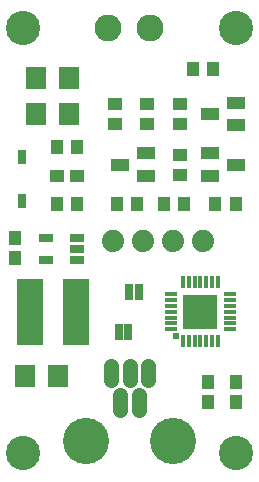
<source format=gts>
G75*
%MOIN*%
%OFA0B0*%
%FSLAX24Y24*%
%IPPOS*%
%LPD*%
%AMOC8*
5,1,8,0,0,1.08239X$1,22.5*
%
%ADD10C,0.1142*%
%ADD11R,0.0591X0.0434*%
%ADD12R,0.0473X0.0434*%
%ADD13R,0.0434X0.0473*%
%ADD14R,0.0512X0.0257*%
%ADD15R,0.0886X0.2205*%
%ADD16R,0.0316X0.0512*%
%ADD17R,0.0670X0.0749*%
%ADD18R,0.0157X0.0413*%
%ADD19R,0.0197X0.0197*%
%ADD20R,0.1181X0.1181*%
%ADD21R,0.0413X0.0157*%
%ADD22C,0.0900*%
%ADD23C,0.1540*%
%ADD24C,0.0516*%
%ADD25C,0.0740*%
%ADD26R,0.0290X0.0540*%
D10*
X001361Y001878D03*
X008448Y001878D03*
X008448Y016051D03*
X001361Y016051D03*
D11*
X004575Y011506D03*
X005441Y011132D03*
X005441Y011880D03*
X007579Y011876D03*
X007579Y011128D03*
X008446Y011502D03*
X008446Y012808D03*
X008446Y013556D03*
X007579Y013182D03*
D12*
X006572Y013517D03*
X006572Y012847D03*
X006572Y011837D03*
X006572Y011167D03*
X005492Y012847D03*
X005492Y013517D03*
X004412Y013517D03*
X004412Y012847D03*
X003155Y011137D03*
X002485Y011137D03*
D13*
X002485Y012097D03*
X003155Y012097D03*
X003155Y010177D03*
X002485Y010177D03*
X001082Y009071D03*
X001082Y008402D03*
X004492Y010177D03*
X005161Y010177D03*
X006052Y010177D03*
X006721Y010177D03*
X007765Y010177D03*
X008435Y010177D03*
X007676Y014683D03*
X007007Y014683D03*
X007507Y004258D03*
X007507Y003589D03*
X008448Y003589D03*
X008448Y004258D03*
D14*
X003144Y008309D03*
X003144Y008683D03*
X003144Y009057D03*
X002121Y009057D03*
X002121Y008309D03*
D15*
X001589Y006602D03*
X003101Y006602D03*
D16*
X001322Y010289D03*
X001322Y011745D03*
D17*
X001789Y013177D03*
X001789Y014377D03*
X002891Y014377D03*
X002891Y013177D03*
X002511Y004465D03*
X001409Y004465D03*
D18*
X006676Y005608D03*
X006873Y005608D03*
X007070Y005608D03*
X007267Y005608D03*
X007463Y005608D03*
X007660Y005608D03*
X007857Y005608D03*
X007857Y007596D03*
X007660Y007596D03*
X007463Y007596D03*
X007267Y007596D03*
X007070Y007596D03*
X006873Y007596D03*
X006676Y007596D03*
D19*
X006439Y005775D03*
D20*
X007267Y006602D03*
D21*
X008261Y006602D03*
X008261Y006406D03*
X008261Y006209D03*
X008261Y006012D03*
X008261Y006799D03*
X008261Y006996D03*
X008261Y007193D03*
X006273Y007193D03*
X006273Y006996D03*
X006273Y006799D03*
X006273Y006602D03*
X006273Y006406D03*
X006273Y006209D03*
X006273Y006012D03*
D22*
X005574Y016051D03*
X004196Y016051D03*
D23*
X003467Y002299D03*
X006341Y002299D03*
D24*
X005219Y003339D02*
X005219Y003815D01*
X004904Y004327D02*
X004904Y004802D01*
X004274Y004802D02*
X004274Y004327D01*
X004589Y003815D02*
X004589Y003339D01*
X005534Y004327D02*
X005534Y004802D01*
D25*
X005353Y008959D03*
X006353Y008959D03*
X007353Y008959D03*
X004353Y008959D03*
D26*
X004899Y007273D03*
X005223Y007273D03*
X004862Y005930D03*
X004538Y005930D03*
M02*

</source>
